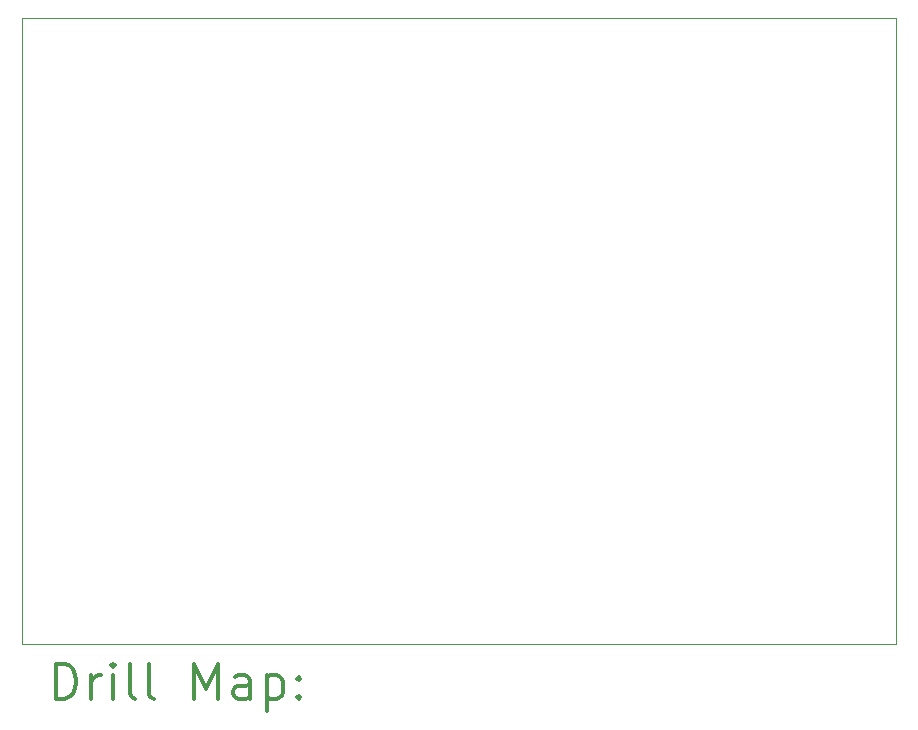
<source format=gbr>
%FSLAX45Y45*%
G04 Gerber Fmt 4.5, Leading zero omitted, Abs format (unit mm)*
G04 Created by KiCad (PCBNEW 5.1.10) date 2021-07-13 10:11:18*
%MOMM*%
%LPD*%
G01*
G04 APERTURE LIST*
%TA.AperFunction,Profile*%
%ADD10C,0.050000*%
%TD*%
%ADD11C,0.200000*%
%ADD12C,0.300000*%
G04 APERTURE END LIST*
D10*
X14600000Y-11600000D02*
X22000000Y-11600000D01*
X14600000Y-16900000D02*
X14600000Y-11600000D01*
X22000000Y-16900000D02*
X14600000Y-16900000D01*
X22000000Y-11600000D02*
X22000000Y-16900000D01*
D11*
D12*
X14883928Y-17368214D02*
X14883928Y-17068214D01*
X14955357Y-17068214D01*
X14998214Y-17082500D01*
X15026786Y-17111072D01*
X15041071Y-17139643D01*
X15055357Y-17196786D01*
X15055357Y-17239643D01*
X15041071Y-17296786D01*
X15026786Y-17325357D01*
X14998214Y-17353929D01*
X14955357Y-17368214D01*
X14883928Y-17368214D01*
X15183928Y-17368214D02*
X15183928Y-17168214D01*
X15183928Y-17225357D02*
X15198214Y-17196786D01*
X15212500Y-17182500D01*
X15241071Y-17168214D01*
X15269643Y-17168214D01*
X15369643Y-17368214D02*
X15369643Y-17168214D01*
X15369643Y-17068214D02*
X15355357Y-17082500D01*
X15369643Y-17096786D01*
X15383928Y-17082500D01*
X15369643Y-17068214D01*
X15369643Y-17096786D01*
X15555357Y-17368214D02*
X15526786Y-17353929D01*
X15512500Y-17325357D01*
X15512500Y-17068214D01*
X15712500Y-17368214D02*
X15683928Y-17353929D01*
X15669643Y-17325357D01*
X15669643Y-17068214D01*
X16055357Y-17368214D02*
X16055357Y-17068214D01*
X16155357Y-17282500D01*
X16255357Y-17068214D01*
X16255357Y-17368214D01*
X16526786Y-17368214D02*
X16526786Y-17211072D01*
X16512500Y-17182500D01*
X16483928Y-17168214D01*
X16426786Y-17168214D01*
X16398214Y-17182500D01*
X16526786Y-17353929D02*
X16498214Y-17368214D01*
X16426786Y-17368214D01*
X16398214Y-17353929D01*
X16383928Y-17325357D01*
X16383928Y-17296786D01*
X16398214Y-17268214D01*
X16426786Y-17253929D01*
X16498214Y-17253929D01*
X16526786Y-17239643D01*
X16669643Y-17168214D02*
X16669643Y-17468214D01*
X16669643Y-17182500D02*
X16698214Y-17168214D01*
X16755357Y-17168214D01*
X16783928Y-17182500D01*
X16798214Y-17196786D01*
X16812500Y-17225357D01*
X16812500Y-17311072D01*
X16798214Y-17339643D01*
X16783928Y-17353929D01*
X16755357Y-17368214D01*
X16698214Y-17368214D01*
X16669643Y-17353929D01*
X16941071Y-17339643D02*
X16955357Y-17353929D01*
X16941071Y-17368214D01*
X16926786Y-17353929D01*
X16941071Y-17339643D01*
X16941071Y-17368214D01*
X16941071Y-17182500D02*
X16955357Y-17196786D01*
X16941071Y-17211072D01*
X16926786Y-17196786D01*
X16941071Y-17182500D01*
X16941071Y-17211072D01*
M02*

</source>
